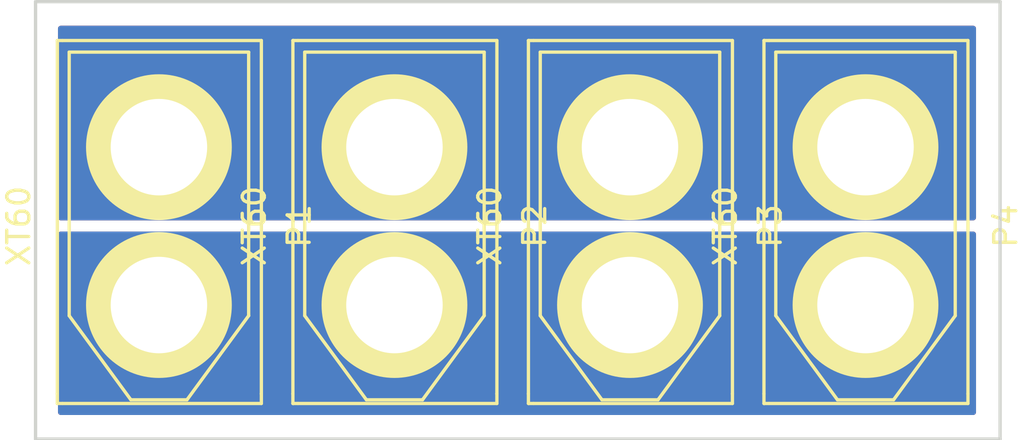
<source format=kicad_pcb>
(kicad_pcb (version 4) (host pcbnew 4.0.7)

  (general
    (links 6)
    (no_connects 0)
    (area 124.892999 85.776999 168.731001 104.723001)
    (thickness 1.6)
    (drawings 4)
    (tracks 0)
    (zones 0)
    (modules 4)
    (nets 3)
  )

  (page A4)
  (layers
    (0 F.Cu signal)
    (31 B.Cu signal)
    (32 B.Adhes user)
    (33 F.Adhes user)
    (34 B.Paste user)
    (35 F.Paste user)
    (36 B.SilkS user)
    (37 F.SilkS user)
    (38 B.Mask user)
    (39 F.Mask user)
    (40 Dwgs.User user)
    (41 Cmts.User user)
    (42 Eco1.User user)
    (43 Eco2.User user)
    (44 Edge.Cuts user)
    (45 Margin user)
    (46 B.CrtYd user)
    (47 F.CrtYd user)
    (48 B.Fab user)
    (49 F.Fab user)
  )

  (setup
    (last_trace_width 0.254)
    (user_trace_width 6.604)
    (trace_clearance 0.254)
    (zone_clearance 0.508)
    (zone_45_only no)
    (trace_min 0.2)
    (segment_width 0.2)
    (edge_width 0.15)
    (via_size 1.016)
    (via_drill 0.6096)
    (via_min_size 0.4)
    (via_min_drill 0.3)
    (uvia_size 0.3)
    (uvia_drill 0.1)
    (uvias_allowed no)
    (uvia_min_size 0.2)
    (uvia_min_drill 0.1)
    (pcb_text_width 0.3)
    (pcb_text_size 1.5 1.5)
    (mod_edge_width 0.15)
    (mod_text_size 1 1)
    (mod_text_width 0.15)
    (pad_size 1.524 1.524)
    (pad_drill 0.762)
    (pad_to_mask_clearance 0.2)
    (aux_axis_origin 0 0)
    (visible_elements 7FFFFFFF)
    (pcbplotparams
      (layerselection 0x00030_80000001)
      (usegerberextensions false)
      (excludeedgelayer true)
      (linewidth 0.100000)
      (plotframeref false)
      (viasonmask false)
      (mode 1)
      (useauxorigin false)
      (hpglpennumber 1)
      (hpglpenspeed 20)
      (hpglpendiameter 15)
      (hpglpenoverlay 2)
      (psnegative false)
      (psa4output false)
      (plotreference true)
      (plotvalue true)
      (plotinvisibletext false)
      (padsonsilk false)
      (subtractmaskfromsilk false)
      (outputformat 1)
      (mirror false)
      (drillshape 1)
      (scaleselection 1)
      (outputdirectory ""))
  )

  (net 0 "")
  (net 1 +BATT)
  (net 2 GND)

  (net_class Default "This is the default net class."
    (clearance 0.254)
    (trace_width 0.254)
    (via_dia 1.016)
    (via_drill 0.6096)
    (uvia_dia 0.3)
    (uvia_drill 0.1)
    (add_net +BATT)
    (add_net GND)
  )

  (module zeabus:XT60 (layer F.Cu) (tedit 54AE3E9C) (tstamp 5A755755)
    (at 131.572 97.028 270)
    (path /5A75305B)
    (fp_text reference P1 (at 0 -6.35 270) (layer F.SilkS)
      (effects (font (size 1 1) (thickness 0.15)))
    )
    (fp_text value XT60 (at 0 6.35 270) (layer F.SilkS)
      (effects (font (size 1 1) (thickness 0.15)))
    )
    (fp_line (start 7.6 -4.64) (end 8.04 -4.64) (layer F.SilkS) (width 0.15))
    (fp_line (start -8.4 -4.64) (end 7.6 -4.64) (layer F.SilkS) (width 0.15))
    (fp_line (start -8.4 4.58) (end -8.4 4.6) (layer F.SilkS) (width 0.15))
    (fp_line (start -8.4 4.38) (end -8.4 4.58) (layer F.SilkS) (width 0.15))
    (fp_line (start -8.4 -4.64) (end -8.4 4.36) (layer F.SilkS) (width 0.15))
    (fp_line (start 4.064 -4.064) (end -7.874 -4.064) (layer F.SilkS) (width 0.15))
    (fp_line (start 7.874 1.27) (end 7.874 -1.27) (layer F.SilkS) (width 0.15))
    (fp_line (start -7.874 4.064) (end 4.064 4.064) (layer F.SilkS) (width 0.15))
    (fp_line (start 7.874 -1.27) (end 4.064 -4.064) (layer F.SilkS) (width 0.15))
    (fp_line (start 4.064 4.064) (end 7.874 1.27) (layer F.SilkS) (width 0.15))
    (fp_line (start -7.874 4.064) (end -7.874 -4.064) (layer F.SilkS) (width 0.15))
    (fp_line (start 8.04 4.58) (end 8.04 4.6) (layer F.SilkS) (width 0.15))
    (fp_line (start 8.04 4.38) (end 8.04 4.58) (layer F.SilkS) (width 0.15))
    (fp_line (start 8.04 -4.64) (end 8.04 4.36) (layer F.SilkS) (width 0.15))
    (fp_line (start 7.6 4.6) (end 8.04 4.6) (layer F.SilkS) (width 0.15))
    (fp_line (start -8.4 4.6) (end 7.6 4.6) (layer F.SilkS) (width 0.15))
    (pad 1 thru_hole circle (at -3.57 0 270) (size 6.604 6.604) (drill 4.3688) (layers *.Cu *.Mask F.SilkS)
      (net 1 +BATT))
    (pad 2 thru_hole circle (at 3.5814 0 270) (size 6.604 6.604) (drill 4.3688) (layers *.Cu *.Mask F.SilkS)
      (net 2 GND))
  )

  (module zeabus:XT60 (layer F.Cu) (tedit 54AE3E9C) (tstamp 5A75576B)
    (at 142.24 97.028 270)
    (path /5A7531B6)
    (fp_text reference P2 (at 0 -6.35 270) (layer F.SilkS)
      (effects (font (size 1 1) (thickness 0.15)))
    )
    (fp_text value XT60 (at 0 6.35 270) (layer F.SilkS)
      (effects (font (size 1 1) (thickness 0.15)))
    )
    (fp_line (start 7.6 -4.64) (end 8.04 -4.64) (layer F.SilkS) (width 0.15))
    (fp_line (start -8.4 -4.64) (end 7.6 -4.64) (layer F.SilkS) (width 0.15))
    (fp_line (start -8.4 4.58) (end -8.4 4.6) (layer F.SilkS) (width 0.15))
    (fp_line (start -8.4 4.38) (end -8.4 4.58) (layer F.SilkS) (width 0.15))
    (fp_line (start -8.4 -4.64) (end -8.4 4.36) (layer F.SilkS) (width 0.15))
    (fp_line (start 4.064 -4.064) (end -7.874 -4.064) (layer F.SilkS) (width 0.15))
    (fp_line (start 7.874 1.27) (end 7.874 -1.27) (layer F.SilkS) (width 0.15))
    (fp_line (start -7.874 4.064) (end 4.064 4.064) (layer F.SilkS) (width 0.15))
    (fp_line (start 7.874 -1.27) (end 4.064 -4.064) (layer F.SilkS) (width 0.15))
    (fp_line (start 4.064 4.064) (end 7.874 1.27) (layer F.SilkS) (width 0.15))
    (fp_line (start -7.874 4.064) (end -7.874 -4.064) (layer F.SilkS) (width 0.15))
    (fp_line (start 8.04 4.58) (end 8.04 4.6) (layer F.SilkS) (width 0.15))
    (fp_line (start 8.04 4.38) (end 8.04 4.58) (layer F.SilkS) (width 0.15))
    (fp_line (start 8.04 -4.64) (end 8.04 4.36) (layer F.SilkS) (width 0.15))
    (fp_line (start 7.6 4.6) (end 8.04 4.6) (layer F.SilkS) (width 0.15))
    (fp_line (start -8.4 4.6) (end 7.6 4.6) (layer F.SilkS) (width 0.15))
    (pad 1 thru_hole circle (at -3.57 0 270) (size 6.604 6.604) (drill 4.3688) (layers *.Cu *.Mask F.SilkS)
      (net 1 +BATT))
    (pad 2 thru_hole circle (at 3.5814 0 270) (size 6.604 6.604) (drill 4.3688) (layers *.Cu *.Mask F.SilkS)
      (net 2 GND))
  )

  (module zeabus:XT60 (layer F.Cu) (tedit 54AE3E9C) (tstamp 5A755781)
    (at 152.908 97.028 270)
    (path /5A7531DC)
    (fp_text reference P3 (at 0 -6.35 270) (layer F.SilkS)
      (effects (font (size 1 1) (thickness 0.15)))
    )
    (fp_text value XT60 (at 0 6.35 270) (layer F.SilkS)
      (effects (font (size 1 1) (thickness 0.15)))
    )
    (fp_line (start 7.6 -4.64) (end 8.04 -4.64) (layer F.SilkS) (width 0.15))
    (fp_line (start -8.4 -4.64) (end 7.6 -4.64) (layer F.SilkS) (width 0.15))
    (fp_line (start -8.4 4.58) (end -8.4 4.6) (layer F.SilkS) (width 0.15))
    (fp_line (start -8.4 4.38) (end -8.4 4.58) (layer F.SilkS) (width 0.15))
    (fp_line (start -8.4 -4.64) (end -8.4 4.36) (layer F.SilkS) (width 0.15))
    (fp_line (start 4.064 -4.064) (end -7.874 -4.064) (layer F.SilkS) (width 0.15))
    (fp_line (start 7.874 1.27) (end 7.874 -1.27) (layer F.SilkS) (width 0.15))
    (fp_line (start -7.874 4.064) (end 4.064 4.064) (layer F.SilkS) (width 0.15))
    (fp_line (start 7.874 -1.27) (end 4.064 -4.064) (layer F.SilkS) (width 0.15))
    (fp_line (start 4.064 4.064) (end 7.874 1.27) (layer F.SilkS) (width 0.15))
    (fp_line (start -7.874 4.064) (end -7.874 -4.064) (layer F.SilkS) (width 0.15))
    (fp_line (start 8.04 4.58) (end 8.04 4.6) (layer F.SilkS) (width 0.15))
    (fp_line (start 8.04 4.38) (end 8.04 4.58) (layer F.SilkS) (width 0.15))
    (fp_line (start 8.04 -4.64) (end 8.04 4.36) (layer F.SilkS) (width 0.15))
    (fp_line (start 7.6 4.6) (end 8.04 4.6) (layer F.SilkS) (width 0.15))
    (fp_line (start -8.4 4.6) (end 7.6 4.6) (layer F.SilkS) (width 0.15))
    (pad 1 thru_hole circle (at -3.57 0 270) (size 6.604 6.604) (drill 4.3688) (layers *.Cu *.Mask F.SilkS)
      (net 1 +BATT))
    (pad 2 thru_hole circle (at 3.5814 0 270) (size 6.604 6.604) (drill 4.3688) (layers *.Cu *.Mask F.SilkS)
      (net 2 GND))
  )

  (module zeabus:XT60 (layer F.Cu) (tedit 54AE3E9C) (tstamp 5A755797)
    (at 163.576 97.028 270)
    (path /5A75320F)
    (fp_text reference P4 (at 0 -6.35 270) (layer F.SilkS)
      (effects (font (size 1 1) (thickness 0.15)))
    )
    (fp_text value XT60 (at 0 6.35 270) (layer F.SilkS)
      (effects (font (size 1 1) (thickness 0.15)))
    )
    (fp_line (start 7.6 -4.64) (end 8.04 -4.64) (layer F.SilkS) (width 0.15))
    (fp_line (start -8.4 -4.64) (end 7.6 -4.64) (layer F.SilkS) (width 0.15))
    (fp_line (start -8.4 4.58) (end -8.4 4.6) (layer F.SilkS) (width 0.15))
    (fp_line (start -8.4 4.38) (end -8.4 4.58) (layer F.SilkS) (width 0.15))
    (fp_line (start -8.4 -4.64) (end -8.4 4.36) (layer F.SilkS) (width 0.15))
    (fp_line (start 4.064 -4.064) (end -7.874 -4.064) (layer F.SilkS) (width 0.15))
    (fp_line (start 7.874 1.27) (end 7.874 -1.27) (layer F.SilkS) (width 0.15))
    (fp_line (start -7.874 4.064) (end 4.064 4.064) (layer F.SilkS) (width 0.15))
    (fp_line (start 7.874 -1.27) (end 4.064 -4.064) (layer F.SilkS) (width 0.15))
    (fp_line (start 4.064 4.064) (end 7.874 1.27) (layer F.SilkS) (width 0.15))
    (fp_line (start -7.874 4.064) (end -7.874 -4.064) (layer F.SilkS) (width 0.15))
    (fp_line (start 8.04 4.58) (end 8.04 4.6) (layer F.SilkS) (width 0.15))
    (fp_line (start 8.04 4.38) (end 8.04 4.58) (layer F.SilkS) (width 0.15))
    (fp_line (start 8.04 -4.64) (end 8.04 4.36) (layer F.SilkS) (width 0.15))
    (fp_line (start 7.6 4.6) (end 8.04 4.6) (layer F.SilkS) (width 0.15))
    (fp_line (start -8.4 4.6) (end 7.6 4.6) (layer F.SilkS) (width 0.15))
    (pad 1 thru_hole circle (at -3.57 0 270) (size 6.604 6.604) (drill 4.3688) (layers *.Cu *.Mask F.SilkS)
      (net 1 +BATT))
    (pad 2 thru_hole circle (at 3.5814 0 270) (size 6.604 6.604) (drill 4.3688) (layers *.Cu *.Mask F.SilkS)
      (net 2 GND))
  )

  (gr_line (start 169.672 106.68) (end 125.984 106.68) (layer Edge.Cuts) (width 0.15))
  (gr_line (start 169.672 86.868) (end 169.672 106.68) (layer Edge.Cuts) (width 0.15))
  (gr_line (start 125.984 86.868) (end 169.672 86.868) (layer Edge.Cuts) (width 0.15))
  (gr_line (start 125.984 106.68) (end 125.984 86.868) (layer Edge.Cuts) (width 0.15))

  (zone (net 1) (net_name +BATT) (layer F.Cu) (tstamp 0) (hatch edge 0.508)
    (connect_pads yes (clearance 0.508))
    (min_thickness 0.254)
    (fill yes (arc_segments 16) (thermal_gap 0.508) (thermal_bridge_width 0.508))
    (polygon
      (pts
        (xy 127 96.774) (xy 127 87.884) (xy 168.656 87.884) (xy 168.656 96.774)
      )
    )
    (filled_polygon
      (pts
        (xy 168.454 96.647) (xy 127.127 96.647) (xy 127.127 88.086) (xy 168.454 88.086)
      )
    )
  )
  (zone (net 2) (net_name GND) (layer F.Cu) (tstamp 0) (hatch edge 0.508)
    (connect_pads yes (clearance 0.508))
    (min_thickness 0.254)
    (fill yes (arc_segments 16) (thermal_gap 0.508) (thermal_bridge_width 0.508))
    (polygon
      (pts
        (xy 168.656 97.282) (xy 168.656 105.664) (xy 127 105.664) (xy 127 97.282)
      )
    )
    (filled_polygon
      (pts
        (xy 168.454 105.462) (xy 127.127 105.462) (xy 127.127 97.409) (xy 168.454 97.409)
      )
    )
  )
  (zone (net 1) (net_name +BATT) (layer B.Cu) (tstamp 0) (hatch edge 0.508)
    (connect_pads yes (clearance 0.508))
    (min_thickness 0.254)
    (fill yes (arc_segments 16) (thermal_gap 0.508) (thermal_bridge_width 0.508))
    (polygon
      (pts
        (xy 127 87.884) (xy 168.656 87.884) (xy 168.656 96.774) (xy 127 96.774)
      )
    )
    (filled_polygon
      (pts
        (xy 168.454 96.647) (xy 127.127 96.647) (xy 127.127 88.086) (xy 168.454 88.086)
      )
    )
  )
  (zone (net 2) (net_name GND) (layer B.Cu) (tstamp 0) (hatch edge 0.508)
    (connect_pads yes (clearance 0.508))
    (min_thickness 0.254)
    (fill yes (arc_segments 16) (thermal_gap 0.508) (thermal_bridge_width 0.508))
    (polygon
      (pts
        (xy 168.656 97.282) (xy 168.656 105.664) (xy 127 105.664) (xy 127 97.282)
      )
    )
    (filled_polygon
      (pts
        (xy 168.454 105.462) (xy 127.127 105.462) (xy 127.127 97.409) (xy 168.454 97.409)
      )
    )
  )
)

</source>
